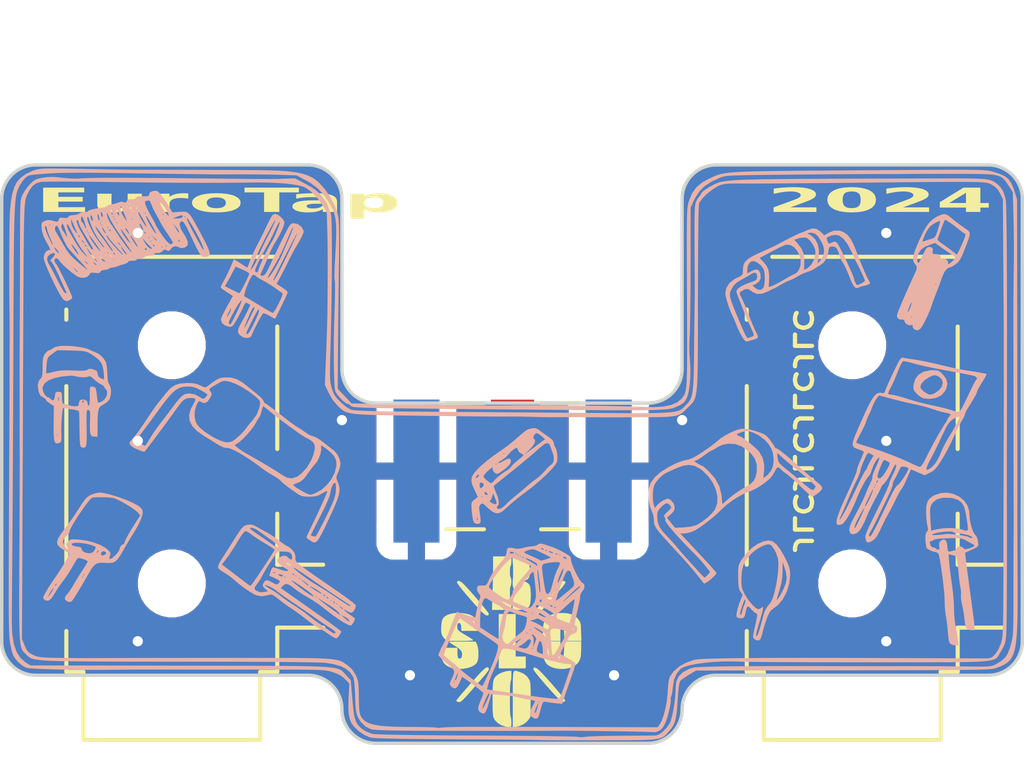
<source format=kicad_pcb>
(kicad_pcb (version 20240108) (generator "pcbnew") (generator_version "8.0")
  (title_block (title "EuroTap") (date "2024-03-03") (rev "0v02") (company "SloBlo Labs"))
  (layers (0 "F.Cu" signal) (31 "B.Cu" signal) (34 "B.Paste" user) (35 "F.Paste" user) (36 "B.SilkS" user "B.Silkscreen") (37 "F.SilkS" user "F.Silkscreen") (38 "B.Mask" user) (39 "F.Mask" user) (44 "Edge.Cuts" user))
  (net 0 "")
  (net 1 "GND")
  (net 6 "/Signal")
  (footprint "SloBlo:Jack_3.5mm_PJ311_Horizontal" (layer "F.Cu") (at 145 108 180)
    (property "Reference" "J1" (hide yes))
    (property "Value" "AudioJack3_Ground" (hide yes))
    (pad "" np_thru_hole circle (at 0 -4.3 180) (size 1.5 1.5) (drill 1.5) (layers "*.Cu" "*.Mask"))
    (pad "" np_thru_hole circle (at 0 2.7 180) (size 1.5 1.5) (drill 1.5) (layers "*.Cu" "*.Mask"))
    (pad "1" smd rect (at -3.5 -4.7 180) (size 2 1.5) (layers "F.Cu" "F.Paste" "F.Mask") (net 1 "GND"))
    (pad "2" smd rect (at 3.5 2.5 180) (size 2 1.5) (layers "F.Cu" "F.Paste" "F.Mask") (net 6 "/Signal"))
    (pad "3" smd rect (at -3.5 -1.3 180) (size 2 1.5) (layers "F.Cu" "F.Paste" "F.Mask"))
    (pad "4" smd rect (at 3.5 -4.7 180) (size 2 1.5) (layers "F.Cu" "F.Paste" "F.Mask"))
    (pad "10" smd rect (at 3.5 4.7 180) (size 2 1.5) (layers "F.Cu" "F.Paste" "F.Mask"))
    (pad "11" smd rect (at -3.5 4.2 180) (size 2 1.5) (layers "F.Cu" "F.Paste" "F.Mask"))
  )
  (footprint "LOGO" (layer "F.Cu") (at 135 108.5)
    (property "Reference" "G***" (hide yes))
    (property "Value" "LOGO" (hide yes))
  )
  (footprint "Connector_Coaxial:SMA_Samtec_SMA-J-P-X-ST-EM1_EdgeMount" (layer "F.Cu") (at 135.015 109 180)
    (property "Reference" "J3" (hide yes))
    (property "Value" "Conn_Coaxial")
    (pad "1" smd rect (at 0 0 180) (size 1.27 4.2) (layers "F.Cu" "F.Paste" "F.Mask") (net 6 "/Signal"))
    (pad "2" smd rect (at -2.825 0 180) (size 1.35 4.2) (layers "F.Cu" "F.Paste" "F.Mask") (net 1 "GND"))
    (pad "2" smd rect (at -2.825 0 180) (size 1.35 4.2) (layers "B.Cu" "B.Paste" "B.Mask") (net 1 "GND"))
    (pad "2" smd rect (at 2.825 0 180) (size 1.35 4.2) (layers "F.Cu" "F.Paste" "F.Mask") (net 1 "GND"))
    (pad "2" smd rect (at 2.825 0 180) (size 1.35 4.2) (layers "B.Cu" "B.Paste" "B.Mask") (net 1 "GND"))
  )
  (footprint "SloBloLogo" (layer "F.Cu") (at 137.832833 117.5)
    (property "Reference" "Ref**" (hide yes))
    (property "Value" "Val**" (hide yes))
  )
  (footprint "SloBlo:Jack_3.5mm_PJ311_Horizontal" (layer "F.Cu") (at 125 108 180)
    (property "Reference" "J2" (hide yes))
    (property "Value" "AudioJack3_Ground" (hide yes))
    (pad "" np_thru_hole circle (at 0 -4.3 180) (size 1.5 1.5) (drill 1.5) (layers "*.Cu" "*.Mask"))
    (pad "" np_thru_hole circle (at 0 2.7 180) (size 1.5 1.5) (drill 1.5) (layers "*.Cu" "*.Mask"))
    (pad "1" smd rect (at -3.5 -4.7 180) (size 2 1.5) (layers "F.Cu" "F.Paste" "F.Mask") (net 1 "GND"))
    (pad "2" smd rect (at 3.5 2.5 180) (size 2 1.5) (layers "F.Cu" "F.Paste" "F.Mask") (net 6 "/Signal"))
    (pad "3" smd rect (at -3.5 -1.3 180) (size 2 1.5) (layers "F.Cu" "F.Paste" "F.Mask"))
    (pad "4" smd rect (at 3.5 -4.7 180) (size 2 1.5) (layers "F.Cu" "F.Paste" "F.Mask"))
    (pad "10" smd rect (at 3.5 4.7 180) (size 2 1.5) (layers "F.Cu" "F.Paste" "F.Mask"))
    (pad "11" smd rect (at -3.5 4.2 180) (size 2 1.5) (layers "F.Cu" "F.Paste" "F.Mask"))
  )
  (gr_line (start 130 106) (end 130 101) (stroke (width 0.1)) (layer "Edge.Cuts"))
  (gr_line (start 140 106) (end 140 101) (stroke (width 0.1)) (layer "Edge.Cuts"))
  (gr_arc (start 140 106) (mid 139.707107 106.707107) (end 139 107) (stroke (width 0.1)) (layer "Edge.Cuts"))
  (gr_arc (start 140 101) (mid 140.292893 100.292893) (end 141 100) (stroke (width 0.1)) (layer "Edge.Cuts"))
  (gr_line (start 131 107) (end 139 107) (stroke (width 0.1)) (layer "Edge.Cuts"))
  (gr_line (start 129 100) (end 121 100) (stroke (width 0.1)) (layer "Edge.Cuts"))
  (gr_arc (start 150 114) (mid 149.707107 114.707107) (end 149 115) (stroke (width 0.1)) (layer "Edge.Cuts"))
  (gr_line (start 141 115) (end 149 115) (stroke (width 0.1)) (layer "Edge.Cuts"))
  (gr_line (start 149 100) (end 141 100) (stroke (width 0.1)) (layer "Edge.Cuts"))
  (gr_arc (start 129 100) (mid 129.707107 100.292893) (end 130 101) (stroke (width 0.1)) (layer "Edge.Cuts"))
  (gr_arc (start 129 115) (mid 129.707107 115.292893) (end 130 116) (stroke (width 0.1)) (layer "Edge.Cuts"))
  (gr_line (start 139 117) (end 131 117) (stroke (width 0.1)) (layer "Edge.Cuts"))
  (gr_arc (start 120 101) (mid 120.292893 100.292893) (end 121 100) (stroke (width 0.1)) (layer "Edge.Cuts"))
  (gr_line (start 120 114) (end 120 101) (stroke (width 0.1)) (layer "Edge.Cuts"))
  (gr_arc (start 121 115) (mid 120.292893 114.707107) (end 120 114) (stroke (width 0.1)) (layer "Edge.Cuts"))
  (gr_line (start 150 101) (end 150 114) (stroke (width 0.1)) (layer "Edge.Cuts"))
  (gr_arc (start 140 116) (mid 139.707107 116.707107) (end 139 117) (stroke (width 0.1)) (layer "Edge.Cuts"))
  (gr_arc (start 140 116) (mid 140.292893 115.292893) (end 141 115) (stroke (width 0.1)) (layer "Edge.Cuts"))
  (gr_arc (start 131 107) (mid 130.292893 106.707107) (end 130 106) (stroke (width 0.1)) (layer "Edge.Cuts"))
  (gr_line (start 129 115) (end 121 115) (stroke (width 0.1)) (layer "Edge.Cuts"))
  (gr_arc (start 149 100) (mid 149.707107 100.292893) (end 150 101) (stroke (width 0.1)) (layer "Edge.Cuts"))
  (gr_arc (start 131 117) (mid 130.292893 116.707107) (end 130 116) (stroke (width 0.1)) (layer "Edge.Cuts"))
  (gr_text "2024" (at 142.5 101.5 0) (layer "F.SilkS") (effects (font (size 0.7 1.7) (thickness 0.175) (bold yes)) (justify left bottom)))
  (gr_text "EuroTap" (at 121 101.5 0) (layer "F.SilkS") (effects (font (size 0.7 1.7) (thickness 0.175) (bold yes)) (justify left bottom)))
  (gr_text "JLCJLCJLCJLC" (at 143.25 111.5 270) (layer "F.SilkS") (effects (font (size 0.5 0.7) (thickness 0.125) (bold yes)) (justify left bottom mirror)))
  (via (at 146 108.11) (size 0.5) (drill 0.3) (layers "F.Cu" "B.Cu") (net 1))
  (via (at 124 114) (size 0.5) (drill 0.3) (layers "F.Cu" "B.Cu") (net 1))
  (via (at 124 102) (size 0.5) (drill 0.3) (layers "F.Cu" "B.Cu") (net 1))
  (via (at 140 107.5) (size 0.5) (drill 0.3) (layers "F.Cu" "B.Cu") (net 1))
  (via (at 124 108.11) (size 0.5) (drill 0.3) (layers "F.Cu" "B.Cu") (net 1))
  (via (at 138 115) (size 0.5) (drill 0.3) (layers "F.Cu" "B.Cu") (net 1))
  (via (at 130 107.5) (size 0.5) (drill 0.3) (layers "F.Cu" "B.Cu") (net 1))
  (via (at 146 102) (size 0.5) (drill 0.3) (layers "F.Cu" "B.Cu") (net 1))
  (via (at 132 115) (size 0.5) (drill 0.3) (layers "F.Cu" "B.Cu") (net 1))
  (via (at 146 114) (size 0.5) (drill 0.3) (layers "F.Cu" "B.Cu") (net 1))
  (segment (start 121.5 109.5) (end 121.5 105.5) (width 0.7) (layer "F.Cu") (net 6))
  (segment (start 138.205 112.795) (end 141.5 109.5) (width 0.7) (layer "F.Cu") (net 6))
  (segment (start 135.015 112.795) (end 135.015 109) (width 0.7) (layer "F.Cu") (net 6))
  (segment (start 122 110) (end 121.5 109.5) (width 0.7) (layer "F.Cu") (net 6))
  (segment (start 125.75 110) (end 122 110) (width 0.7) (layer "F.Cu") (net 6))
  (segment (start 126.81 111.06) (end 125.75 110) (width 0.7) (layer "F.Cu") (net 6))
  (segment (start 141.5 109.5) (end 141.5 105.5) (width 0.7) (layer "F.Cu") (net 6))
  (segment (start 130.06 111.06) (end 126.81 111.06) (width 0.7) (layer "F.Cu") (net 6))
  (segment (start 135.015 112.795) (end 138.205 112.795) (width 0.7) (layer "F.Cu") (net 6))
  (segment (start 131.81 112.81) (end 130.06 111.06) (width 0.7) (layer "F.Cu") (net 6))
  (segment (start 135 112.81) (end 131.81 112.81) (width 0.7) (layer "F.Cu") (net 6))
  (zone (net 1) (net_name "GND") (layer "F.Cu") (connect_pads (clearance 0.5)) (min_thickness 0.25) (fill yes (thermal_gap 0.5) (thermal_bridge_width 0.5))
    (polygon (pts (xy 150 117) (xy 120 117) (xy 120 100) (xy 150 100)))
  )
  (zone (net 1) (net_name "GND") (layer "B.Cu") (priority 1) (connect_pads (clearance 0.5)) (min_thickness 0.25) (fill yes (thermal_gap 0.5) (thermal_bridge_width 0.5))
    (polygon (pts (xy 150 117) (xy 120 117) (xy 120 100) (xy 150 100)))
  )
)
</source>
